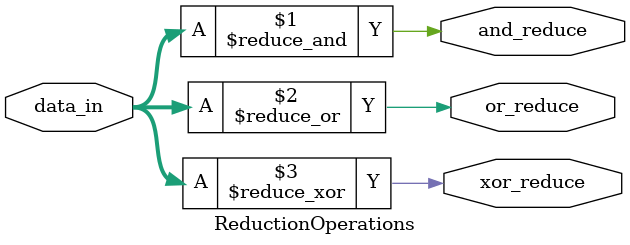
<source format=sv>
module ReductionOperations (
    input logic [7:0] data_in,
    output logic and_reduce,
    output logic or_reduce,
    output logic xor_reduce
);
    assign and_reduce = &data_in;
    assign or_reduce = |data_in;
    assign xor_reduce = ^data_in;
endmodule


</source>
